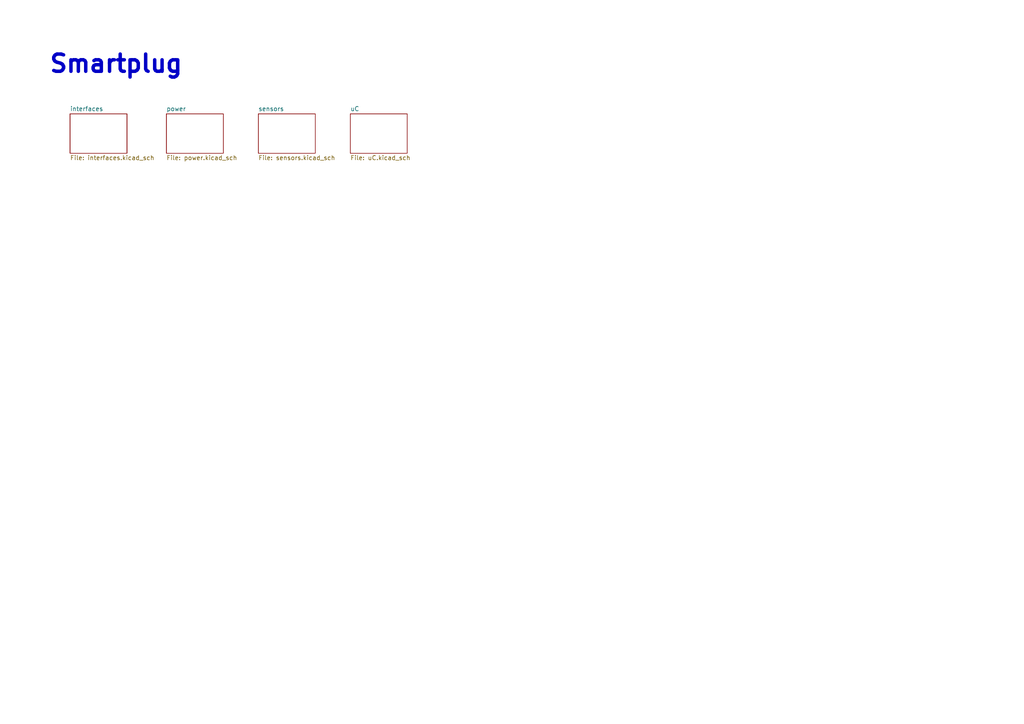
<source format=kicad_sch>
(kicad_sch (version 20230121) (generator eeschema)
  (paper "A4")
  (title_block (title "smartplug") (date "2023-06-30") (rev "0") (company "Alessio Cota"))
  (lib_symbols)
  (text "Smartplug" (at 13.97 21.59 0) (effects (font (size 5 5) (thickness 1) bold) (justify left bottom)))
  (sheet (at 48.26 33.02) (size 16.51 11.43) (stroke (width 0.1524))
    (property "Sheetname" "power" (at 48.26 32.3084 0) (effects (justify left bottom)))
    (property "Sheetfile" "power.kicad_sch" (at 48.26 45.0346 0) (effects (justify left top)))
  )
  (sheet (at 101.6 33.02) (size 16.51 11.43) (stroke (width 0.1524))
    (property "Sheetname" "uC" (at 101.6 32.3084 0) (effects (justify left bottom)))
    (property "Sheetfile" "uC.kicad_sch" (at 101.6 45.0346 0) (effects (justify left top)))
  )
  (sheet (at 74.93 33.02) (size 16.51 11.43) (stroke (width 0.1524))
    (property "Sheetname" "sensors" (at 74.93 32.3084 0) (effects (justify left bottom)))
    (property "Sheetfile" "sensors.kicad_sch" (at 74.93 45.0346 0) (effects (justify left top)))
  )
  (sheet (at 20.32 33.02) (size 16.51 11.43) (stroke (width 0.1524))
    (property "Sheetname" "interfaces" (at 20.32 32.3084 0) (effects (justify left bottom)))
    (property "Sheetfile" "interfaces.kicad_sch" (at 20.32 45.0346 0) (effects (justify left top)))
  )
)
</source>
